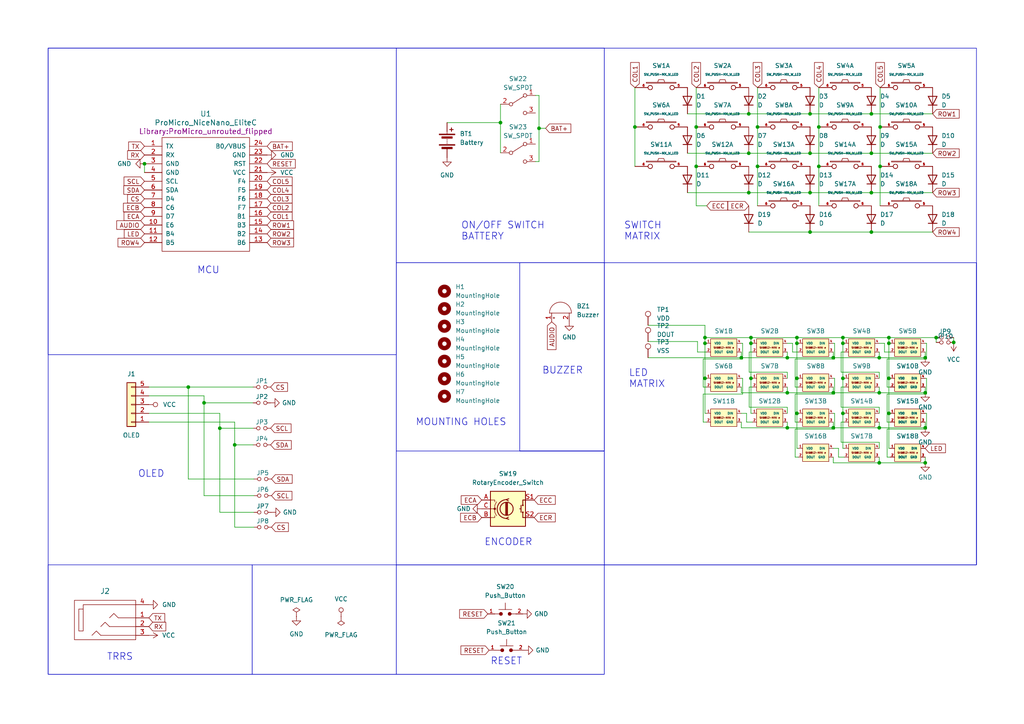
<source format=kicad_sch>
(kicad_sch (version 20230121) (generator eeschema)
  (paper "A4")
  (title_block (title "UniFI Split Keyboard") (date "2024-04-11") (rev "1.0") (comment 1 "Schematic based on KLOR and FiFi") (comment 2 "Author: Nisha"))
  (junction (at 54.61 112.268))
  (junction (at 255.27 36.83))
  (junction (at 231.14 109.728))
  (junction (at 255.016 134.239))
  (junction (at 255.016 124.079))
  (junction (at 234.95 55.88))
  (junction (at 231.14 99.568))
  (junction (at 219.71 48.26))
  (junction (at 268.351 103.759))
  (junction (at 257.81 109.728))
  (junction (at 228.346 113.919))
  (junction (at 237.49 48.26))
  (junction (at 217.17 55.88))
  (junction (at 68.072 129.032))
  (junction (at 255.27 48.26))
  (junction (at 59.182 116.84))
  (junction (at 257.81 99.568))
  (junction (at 255.016 103.759))
  (junction (at 244.475 109.728))
  (junction (at 217.805 97.917))
  (junction (at 241.681 124.079))
  (junction (at 234.95 44.45))
  (junction (at 252.73 55.88))
  (junction (at 145.161 35.56))
  (junction (at 244.475 97.917))
  (junction (at 268.351 134.239))
  (junction (at 252.73 44.45))
  (junction (at 217.17 44.45))
  (junction (at 244.475 99.568))
  (junction (at 201.93 48.26))
  (junction (at 252.73 67.31))
  (junction (at 268.351 113.919))
  (junction (at 237.49 36.83))
  (junction (at 228.346 103.759))
  (junction (at 217.805 109.728))
  (junction (at 252.73 33.02))
  (junction (at 241.681 113.919))
  (junction (at 257.81 119.888))
  (junction (at 204.47 99.568))
  (junction (at 276.606 99.314))
  (junction (at 201.93 36.83))
  (junction (at 228.346 124.079))
  (junction (at 255.016 113.919))
  (junction (at 41.91 47.498))
  (junction (at 231.14 119.888))
  (junction (at 244.475 119.888))
  (junction (at 234.95 67.31))
  (junction (at 63.754 124.206))
  (junction (at 184.15 36.83))
  (junction (at 204.47 97.917))
  (junction (at 234.95 33.02))
  (junction (at 231.14 97.917))
  (junction (at 217.17 33.02))
  (junction (at 204.47 109.728))
  (junction (at 268.351 124.079))
  (junction (at 241.681 103.759))
  (junction (at 257.81 97.917))
  (junction (at 156.337 37.211))
  (junction (at 215.011 103.759))
  (junction (at 219.71 36.83))
  (junction (at 271.526 97.917))
  (junction (at 217.805 99.568))
  (wire (pts (xy 241.681 134.239) (xy 255.016 134.239)))
  (wire (pts (xy 73.66 138.938) (xy 54.61 138.938)))
  (wire (pts (xy 237.49 36.83) (xy 237.49 48.26)))
  (wire (pts (xy 258.191 122.428) (xy 257.302 122.428)))
  (wire (pts (xy 243.967 122.428) (xy 243.967 128.27)))
  (wire (pts (xy 252.73 55.88) (xy 270.51 55.88)))
  (wire (pts (xy 255.016 132.588) (xy 255.016 134.239)))
  (wire (pts (xy 234.95 67.31) (xy 252.73 67.31)))
  (wire (pts (xy 201.93 36.83) (xy 201.93 48.26)))
  (wire (pts (xy 184.15 36.83) (xy 184.15 48.26)))
  (wire (pts (xy 218.186 112.268) (xy 217.297 112.268)))
  (wire (pts (xy 234.95 33.02) (xy 252.73 33.02)))
  (wire (pts (xy 63.754 148.59) (xy 73.66 148.59)))
  (wire (pts (xy 215.392 104.14) (xy 215.392 99.568)))
  (wire (pts (xy 268.732 114.3) (xy 268.732 109.728)))
  (wire (pts (xy 217.17 67.31) (xy 234.95 67.31)))
  (wire (pts (xy 218.186 102.108) (xy 217.297 102.108)))
  (wire (pts (xy 201.93 59.69) (xy 201.93 48.26)))
  (wire (pts (xy 54.61 138.938) (xy 54.61 112.268)))
  (wire (pts (xy 43.18 114.808) (xy 59.182 114.808)))
  (wire (pts (xy 63.754 124.206) (xy 73.406 124.206)))
  (wire (pts (xy 219.71 25.4) (xy 219.71 36.83)))
  (wire (pts (xy 187.96 99.06) (xy 202.311 99.06)))
  (wire (pts (xy 244.475 97.917) (xy 244.475 99.568)))
  (wire (pts (xy 268.351 103.759) (xy 268.351 102.108)))
  (wire (pts (xy 156.337 27.686) (xy 156.337 37.211)))
  (wire (pts (xy 257.302 104.14) (xy 268.732 104.14)))
  (wire (pts (xy 271.526 97.917) (xy 271.526 99.314)))
  (wire (pts (xy 228.346 103.759) (xy 241.681 103.759)))
  (wire (pts (xy 242.062 124.46) (xy 242.062 119.888)))
  (wire (pts (xy 255.016 124.079) (xy 268.351 124.079)))
  (wire (pts (xy 243.205 130.048) (xy 241.681 130.048)))
  (wire (pts (xy 63.754 119.888) (xy 63.754 124.206)))
  (wire (pts (xy 255.27 36.83) (xy 255.27 48.26)))
  (wire (pts (xy 204.851 122.428) (xy 203.962 122.428)))
  (wire (pts (xy 187.96 94.361) (xy 204.47 94.361)))
  (wire (pts (xy 243.205 132.588) (xy 243.205 130.048)))
  (wire (pts (xy 231.14 109.728) (xy 231.14 119.888)))
  (wire (pts (xy 241.681 112.268) (xy 241.681 113.919)))
  (wire (pts (xy 241.681 119.888) (xy 242.062 119.888)))
  (wire (pts (xy 244.475 97.917) (xy 257.81 97.917)))
  (wire (pts (xy 257.81 97.917) (xy 257.81 99.568)))
  (wire (pts (xy 252.73 67.31) (xy 270.51 67.31)))
  (wire (pts (xy 231.14 109.728) (xy 231.521 109.728)))
  (wire (pts (xy 255.016 122.428) (xy 255.016 124.079)))
  (wire (pts (xy 241.681 103.759) (xy 255.016 103.759)))
  (wire (pts (xy 215.011 102.108) (xy 215.011 103.759)))
  (wire (pts (xy 255.016 107.95) (xy 243.967 107.95)))
  (wire (pts (xy 268.351 113.919) (xy 268.351 112.268)))
  (wire (pts (xy 252.73 44.45) (xy 270.51 44.45)))
  (wire (pts (xy 243.967 112.268) (xy 243.967 118.11)))
  (wire (pts (xy 215.011 122.428) (xy 215.011 124.079)))
  (wire (pts (xy 230.632 124.46) (xy 242.062 124.46)))
  (wire (pts (xy 231.14 119.888) (xy 231.521 119.888)))
  (wire (pts (xy 215.011 103.759) (xy 187.96 103.759)))
  (wire (pts (xy 268.732 124.46) (xy 268.732 119.888)))
  (wire (pts (xy 215.011 109.728) (xy 215.392 109.728)))
  (wire (pts (xy 255.27 25.4) (xy 255.27 36.83)))
  (wire (pts (xy 228.346 118.11) (xy 217.297 118.11)))
  (wire (pts (xy 231.14 97.917) (xy 231.14 99.568)))
  (wire (pts (xy 217.17 33.02) (xy 234.95 33.02)))
  (wire (pts (xy 258.191 102.108) (xy 256.54 102.108)))
  (wire (pts (xy 268.351 132.588) (xy 268.351 134.239)))
  (wire (pts (xy 54.61 112.268) (xy 73.406 112.268)))
  (wire (pts (xy 228.346 124.079) (xy 241.681 124.079)))
  (wire (pts (xy 268.351 99.568) (xy 268.732 99.568)))
  (wire (pts (xy 202.311 99.06) (xy 202.311 102.108)))
  (wire (pts (xy 242.062 114.3) (xy 242.062 109.728)))
  (wire (pts (xy 243.967 102.108) (xy 243.967 107.95)))
  (wire (pts (xy 228.346 113.919) (xy 241.681 113.919)))
  (wire (pts (xy 255.016 128.27) (xy 243.967 128.27)))
  (wire (pts (xy 234.95 44.45) (xy 252.73 44.45)))
  (wire (pts (xy 268.351 119.888) (xy 268.732 119.888)))
  (wire (pts (xy 217.805 97.917) (xy 231.14 97.917)))
  (wire (pts (xy 244.856 132.588) (xy 243.205 132.588)))
  (wire (pts (xy 244.475 119.888) (xy 244.856 119.888)))
  (wire (pts (xy 244.856 99.568) (xy 244.475 99.568)))
  (wire (pts (xy 257.81 119.888) (xy 258.191 119.888)))
  (wire (pts (xy 43.18 119.888) (xy 63.754 119.888)))
  (wire (pts (xy 215.011 112.268) (xy 215.011 113.919)))
  (wire (pts (xy 231.521 102.108) (xy 229.87 102.108)))
  (wire (pts (xy 258.191 99.568) (xy 257.81 99.568)))
  (wire (pts (xy 255.016 109.728) (xy 255.016 107.95)))
  (wire (pts (xy 237.49 25.4) (xy 237.49 36.83)))
  (wire (pts (xy 228.346 112.268) (xy 228.346 113.919)))
  (wire (pts (xy 237.49 48.26) (xy 237.49 59.69)))
  (wire (pts (xy 199.39 55.88) (xy 217.17 55.88)))
  (wire (pts (xy 244.475 130.048) (xy 244.856 130.048)))
  (wire (pts (xy 203.962 114.3) (xy 215.392 114.3)))
  (wire (pts (xy 257.81 119.888) (xy 257.81 130.048)))
  (wire (pts (xy 217.805 99.568) (xy 217.805 109.728)))
  (wire (pts (xy 204.47 94.361) (xy 204.47 97.917)))
  (wire (pts (xy 257.81 97.917) (xy 271.526 97.917)))
  (wire (pts (xy 43.18 122.428) (xy 68.072 122.428)))
  (wire (pts (xy 217.297 112.268) (xy 217.297 118.11)))
  (wire (pts (xy 204.47 99.568) (xy 204.47 109.728)))
  (wire (pts (xy 231.14 99.568) (xy 231.521 99.568)))
  (wire (pts (xy 244.475 109.728) (xy 244.856 109.728)))
  (wire (pts (xy 241.681 99.568) (xy 242.062 99.568)))
  (wire (pts (xy 217.805 99.568) (xy 217.805 97.917)))
  (wire (pts (xy 217.805 119.888) (xy 218.186 119.888)))
  (wire (pts (xy 59.182 143.764) (xy 73.66 143.764)))
  (wire (pts (xy 255.016 113.919) (xy 268.351 113.919)))
  (wire (pts (xy 257.81 99.568) (xy 257.81 109.728)))
  (wire (pts (xy 268.351 124.079) (xy 268.351 122.428)))
  (wire (pts (xy 230.632 132.588) (xy 230.632 124.46)))
  (wire (pts (xy 204.47 119.888) (xy 204.851 119.888)))
  (wire (pts (xy 145.161 35.56) (xy 145.161 44.323)))
  (wire (pts (xy 231.521 122.428) (xy 230.632 122.428)))
  (wire (pts (xy 216.535 119.888) (xy 215.011 119.888)))
  (wire (pts (xy 218.186 99.568) (xy 217.805 99.568)))
  (wire (pts (xy 252.73 33.02) (xy 270.51 33.02)))
  (wire (pts (xy 241.681 109.728) (xy 242.062 109.728)))
  (wire (pts (xy 68.072 129.032) (xy 73.406 129.032)))
  (wire (pts (xy 215.011 99.568) (xy 215.392 99.568)))
  (wire (pts (xy 68.072 122.428) (xy 68.072 129.032)))
  (wire (pts (xy 255.016 118.11) (xy 243.967 118.11)))
  (wire (pts (xy 129.667 35.56) (xy 145.161 35.56)))
  (wire (pts (xy 255.016 119.888) (xy 255.016 118.11)))
  (wire (pts (xy 255.016 130.048) (xy 255.016 128.27)))
  (wire (pts (xy 244.475 99.568) (xy 244.475 109.728)))
  (wire (pts (xy 216.535 122.428) (xy 216.535 119.888)))
  (wire (pts (xy 228.346 109.728) (xy 228.346 107.95)))
  (wire (pts (xy 204.47 99.568) (xy 204.47 97.917)))
  (wire (pts (xy 231.14 99.568) (xy 231.14 109.728)))
  (wire (pts (xy 203.962 112.268) (xy 203.962 104.14)))
  (wire (pts (xy 63.754 124.206) (xy 63.754 148.59)))
  (wire (pts (xy 231.521 132.588) (xy 230.632 132.588)))
  (wire (pts (xy 257.302 124.46) (xy 268.732 124.46)))
  (wire (pts (xy 268.351 109.728) (xy 268.732 109.728)))
  (wire (pts (xy 256.54 102.108) (xy 256.54 99.568)))
  (wire (pts (xy 204.47 109.728) (xy 204.851 109.728)))
  (wire (pts (xy 215.011 124.079) (xy 228.346 124.079)))
  (wire (pts (xy 257.81 109.728) (xy 257.81 119.888)))
  (wire (pts (xy 199.39 44.45) (xy 217.17 44.45)))
  (wire (pts (xy 255.016 103.759) (xy 268.351 103.759)))
  (wire (pts (xy 257.81 130.048) (xy 258.191 130.048)))
  (wire (pts (xy 202.311 102.108) (xy 204.851 102.108)))
  (wire (pts (xy 215.392 114.3) (xy 215.392 109.728)))
  (wire (pts (xy 219.71 48.26) (xy 219.71 59.69)))
  (wire (pts (xy 231.14 119.888) (xy 231.14 130.048)))
  (wire (pts (xy 241.681 102.108) (xy 241.681 103.759)))
  (wire (pts (xy 203.962 104.14) (xy 215.392 104.14)))
  (wire (pts (xy 257.302 114.3) (xy 268.732 114.3)))
  (wire (pts (xy 255.016 102.108) (xy 255.016 103.759)))
  (wire (pts (xy 230.632 112.268) (xy 230.632 104.14)))
  (wire (pts (xy 59.182 116.84) (xy 73.406 116.84)))
  (wire (pts (xy 217.805 109.728) (xy 217.805 119.888)))
  (wire (pts (xy 258.191 112.268) (xy 257.302 112.268)))
  (wire (pts (xy 241.681 113.919) (xy 255.016 113.919)))
  (wire (pts (xy 255.016 112.268) (xy 255.016 113.919)))
  (wire (pts (xy 204.47 97.917) (xy 217.805 97.917)))
  (wire (pts (xy 241.681 132.588) (xy 241.681 134.239)))
  (wire (pts (xy 241.681 122.428) (xy 241.681 124.079)))
  (wire (pts (xy 228.346 107.95) (xy 217.297 107.95)))
  (wire (pts (xy 68.072 129.032) (xy 68.072 152.908)))
  (wire (pts (xy 230.632 122.428) (xy 230.632 114.3)))
  (wire (pts (xy 43.18 112.268) (xy 54.61 112.268)))
  (wire (pts (xy 217.17 55.88) (xy 234.95 55.88)))
  (wire (pts (xy 257.302 112.268) (xy 257.302 104.14)))
  (wire (pts (xy 244.475 109.728) (xy 244.475 119.888)))
  (wire (pts (xy 155.321 27.686) (xy 156.337 27.686)))
  (wire (pts (xy 255.016 134.239) (xy 268.351 134.239)))
  (wire (pts (xy 230.632 114.3) (xy 242.062 114.3)))
  (wire (pts (xy 215.011 113.919) (xy 228.346 113.919)))
  (wire (pts (xy 184.15 25.4) (xy 184.15 36.83)))
  (wire (pts (xy 228.346 122.428) (xy 228.346 124.079)))
  (wire (pts (xy 217.297 102.108) (xy 217.297 107.95)))
  (wire (pts (xy 257.302 132.588) (xy 257.302 124.46)))
  (wire (pts (xy 59.182 143.764) (xy 59.182 116.84)))
  (wire (pts (xy 215.011 103.759) (xy 228.346 103.759)))
  (wire (pts (xy 204.47 109.728) (xy 204.47 119.888)))
  (wire (pts (xy 204.851 99.568) (xy 204.47 99.568)))
  (wire (pts (xy 268.732 104.14) (xy 268.732 99.568)))
  (wire (pts (xy 244.856 122.428) (xy 243.967 122.428)))
  (wire (pts (xy 241.681 124.079) (xy 255.016 124.079)))
  (wire (pts (xy 276.606 97.917) (xy 276.606 99.314)))
  (wire (pts (xy 199.39 33.02) (xy 217.17 33.02)))
  (wire (pts (xy 156.337 46.863) (xy 155.321 46.863)))
  (wire (pts (xy 204.978 59.69) (xy 201.93 59.69)))
  (wire (pts (xy 156.337 37.211) (xy 158.242 37.211)))
  (wire (pts (xy 218.186 122.428) (xy 216.535 122.428)))
  (wire (pts (xy 204.851 112.268) (xy 203.962 112.268)))
  (wire (pts (xy 228.346 102.108) (xy 228.346 103.759)))
  (wire (pts (xy 257.302 122.428) (xy 257.302 114.3)))
  (wire (pts (xy 244.856 112.268) (xy 243.967 112.268)))
  (wire (pts (xy 228.346 119.888) (xy 228.346 118.11)))
  (wire (pts (xy 257.81 109.728) (xy 258.191 109.728)))
  (wire (pts (xy 201.93 25.4) (xy 201.93 36.83)))
  (wire (pts (xy 244.856 102.108) (xy 243.967 102.108)))
  (wire (pts (xy 156.337 37.211) (xy 156.337 46.863)))
  (wire (pts (xy 217.805 109.728) (xy 218.186 109.728)))
  (wire (pts (xy 231.521 112.268) (xy 230.632 112.268)))
  (wire (pts (xy 219.71 36.83) (xy 219.71 48.26)))
  (wire (pts (xy 145.161 30.226) (xy 145.161 35.56)))
  (wire (pts (xy 234.95 55.88) (xy 252.73 55.88)))
  (wire (pts (xy 229.87 102.108) (xy 229.87 99.568)))
  (wire (pts (xy 229.87 99.568) (xy 228.346 99.568)))
  (wire (pts (xy 242.062 104.14) (xy 242.062 99.568)))
  (wire (pts (xy 230.632 104.14) (xy 242.062 104.14)))
  (wire (pts (xy 258.191 132.588) (xy 257.302 132.588)))
  (wire (pts (xy 231.14 97.917) (xy 244.475 97.917)))
  (wire (pts (xy 41.91 47.498) (xy 41.91 50.038)))
  (wire (pts (xy 68.072 152.908) (xy 73.66 152.908)))
  (wire (pts (xy 203.962 122.428) (xy 203.962 114.3)))
  (wire (pts (xy 217.17 44.45) (xy 234.95 44.45)))
  (wire (pts (xy 231.14 130.048) (xy 231.521 130.048)))
  (wire (pts (xy 59.182 114.808) (xy 59.182 116.84)))
  (wire (pts (xy 255.27 48.26) (xy 255.27 59.69)))
  (wire (pts (xy 256.54 99.568) (xy 255.016 99.568)))
  (wire (pts (xy 244.475 119.888) (xy 244.475 130.048)))
  (rectangle (start 13.97 13.97) (end 175.26 195.58))
  (rectangle (start 175.26 13.97) (end 283.21 163.83))
  (rectangle (start 73.152 163.83) (end 114.935 195.58))
  (rectangle (start 13.97 163.83) (end 73.152 195.58))
  (rectangle (start 114.935 163.83) (end 175.26 195.58))
  (rectangle (start 114.935 76.2) (end 175.26 130.81))
  (rectangle (start 114.935 13.97) (end 175.26 76.2))
  (rectangle (start 13.97 13.97) (end 114.935 102.87))
  (rectangle (start 114.935 76.2) (end 175.26 163.83))
  (rectangle (start 175.26 76.2) (end 283.21 163.83))
  (rectangle (start 150.749 76.2) (end 175.26 130.81))
  (text "BUZZER\n" (at 157.226 108.712 0) (effects (font (size 2 2)) (justify left bottom)))
  (text "RESET" (at 142.24 193.04 0) (effects (font (size 2 2)) (justify left bottom)))
  (text "OLED\n" (at 40.005 138.684 0) (effects (font (size 2 2)) (justify left bottom)))
  (text "MOUNTING HOLES\n" (at 120.523 123.698 0) (effects (font (size 2 2)) (justify left bottom)))
  (text "ON/OFF SWITCH\nBATTERY" (at 133.731 69.85 0) (effects (font (size 2 2)) (justify left bottom)))
  (text "LED\nMATRIX" (at 182.372 112.649 0) (effects (font (size 2 2)) (justify left bottom)))
  (text "ENCODER" (at 140.462 158.496 0) (effects (font (size 2 2)) (justify left bottom)))
  (text "TRRS\n" (at 30.988 191.77 0) (effects (font (size 2 2)) (justify left bottom)))
  (text "SWITCH\nMATRIX" (at 180.975 69.85 0) (effects (font (size 2 2)) (justify left bottom)))
  (text "MCU" (at 57.15 79.629 0) (effects (font (size 2 2)) (justify left bottom)))
  (global_label "COL4" (shape input) (at 237.49 25.4 90) (property "Intersheetrefs" "${INTERSHEET_REFS}" (effects hide)))
  (global_label "RX" (shape input) (at 43.18 181.737 0) (property "Intersheetrefs" "${INTERSHEET_REFS}" (effects hide)))
  (global_label "ECB" (shape input) (at 41.91 60.198 180) (property "Intersheetrefs" "${INTERSHEET_REFS}" (effects hide)))
  (global_label "CS" (shape input) (at 78.74 152.908 0) (property "Intersheetrefs" "${INTERSHEET_REFS}" (effects hide)))
  (global_label "COL1" (shape input) (at 184.15 25.4 90) (property "Intersheetrefs" "${INTERSHEET_REFS}" (effects hide)))
  (global_label "ECA" (shape input) (at 139.7 145.034 180) (property "Intersheetrefs" "${INTERSHEET_REFS}" (effects hide)))
  (global_label "BAT+" (shape input) (at 158.242 37.211 0) (property "Intersheetrefs" "${INTERSHEET_REFS}" (effects hide)))
  (global_label "ROW1" (shape input) (at 270.51 33.02 0) (property "Intersheetrefs" "${INTERSHEET_REFS}" (effects hide)))
  (global_label "SCL" (shape input) (at 41.91 52.578 180) (property "Intersheetrefs" "${INTERSHEET_REFS}" (effects hide)))
  (global_label "LED" (shape input) (at 268.351 130.048 0) (property "Intersheetrefs" "${INTERSHEET_REFS}" (effects hide)))
  (global_label "COL1" (shape input) (at 77.47 62.738 0) (property "Intersheetrefs" "${INTERSHEET_REFS}" (effects hide)))
  (global_label "TX" (shape input) (at 41.91 42.418 180) (property "Intersheetrefs" "${INTERSHEET_REFS}" (effects hide)))
  (global_label "BAT+" (shape input) (at 77.47 42.418 0) (property "Intersheetrefs" "${INTERSHEET_REFS}" (effects hide)))
  (global_label "CS" (shape input) (at 41.91 57.658 180) (property "Intersheetrefs" "${INTERSHEET_REFS}" (effects hide)))
  (global_label "ROW4" (shape input) (at 41.91 70.358 180) (property "Intersheetrefs" "${INTERSHEET_REFS}" (effects hide)))
  (global_label "ECC" (shape input) (at 204.978 59.69 0) (property "Intersheetrefs" "${INTERSHEET_REFS}" (effects hide)))
  (global_label "SDA" (shape input) (at 78.486 129.032 0) (property "Intersheetrefs" "${INTERSHEET_REFS}" (effects hide)))
  (global_label "SDA" (shape input) (at 41.91 55.118 180) (property "Intersheetrefs" "${INTERSHEET_REFS}" (effects hide)))
  (global_label "SCL" (shape input) (at 78.74 143.764 0) (property "Intersheetrefs" "${INTERSHEET_REFS}" (effects hide)))
  (global_label "COL3" (shape input) (at 77.47 57.658 0) (property "Intersheetrefs" "${INTERSHEET_REFS}" (effects hide)))
  (global_label "AUDIO" (shape input) (at 41.91 65.278 180) (property "Intersheetrefs" "${INTERSHEET_REFS}" (effects hide)))
  (global_label "CS" (shape input) (at 78.486 112.268 0) (property "Intersheetrefs" "${INTERSHEET_REFS}" (effects hide)))
  (global_label "RESET" (shape input) (at 141.859 188.595 180) (property "Intersheetrefs" "${INTERSHEET_REFS}" (effects hide)))
  (global_label "SDA" (shape input) (at 78.74 138.938 0) (property "Intersheetrefs" "${INTERSHEET_REFS}" (effects hide)))
  (global_label "COL2" (shape input) (at 201.93 25.4 90) (property "Intersheetrefs" "${INTERSHEET_REFS}" (effects hide)))
  (global_label "ROW4" (shape input) (at 270.51 67.31 0) (property "Intersheetrefs" "${INTERSHEET_REFS}" (effects hide)))
  (global_label "ECA" (shape input) (at 41.91 62.738 180) (property "Intersheetrefs" "${INTERSHEET_REFS}" (effects hide)))
  (global_label "COL2" (shape input) (at 77.47 60.198 0) (property "Intersheetrefs" "${INTERSHEET_REFS}" (effects hide)))
  (global_label "COL5" (shape input) (at 255.27 25.4 90) (property "Intersheetrefs" "${INTERSHEET_REFS}" (effects hide)))
  (global_label "LED" (shape input) (at 41.91 67.818 180) (property "Intersheetrefs" "${INTERSHEET_REFS}" (effects hide)))
  (global_label "SCL" (shape input) (at 78.486 124.206 0) (property "Intersheetrefs" "${INTERSHEET_REFS}" (effects hide)))
  (global_label "ROW3" (shape input) (at 270.51 55.88 0) (property "Intersheetrefs" "${INTERSHEET_REFS}" (effects hide)))
  (global_label "COL5" (shape input) (at 77.47 52.578 0) (property "Intersheetrefs" "${INTERSHEET_REFS}" (effects hide)))
  (global_label "ROW2" (shape input) (at 270.51 44.45 0) (property "Intersheetrefs" "${INTERSHEET_REFS}" (effects hide)))
  (global_label "ECB" (shape input) (at 139.7 150.114 180) (property "Intersheetrefs" "${INTERSHEET_REFS}" (effects hide)))
  (global_label "ROW1" (shape input) (at 77.47 65.278 0) (property "Intersheetrefs" "${INTERSHEET_REFS}" (effects hide)))
  (global_label "RESET" (shape input) (at 77.47 47.498 0) (property "Intersheetrefs" "${INTERSHEET_REFS}" (effects hide)))
  (global_label "AUDIO" (shape input) (at 160.02 93.345 270) (property "Intersheetrefs" "${INTERSHEET_REFS}" (effects hide)))
  (global_label "COL4" (shape input) (at 77.47 55.118 0) (property "Intersheetrefs" "${INTERSHEET_REFS}" (effects hide)))
  (global_label "ECC" (shape input) (at 154.94 145.034 0) (property "Intersheetrefs" "${INTERSHEET_REFS}" (effects hide)))
  (global_label "RESET" (shape input) (at 141.478 178.054 180) (property "Intersheetrefs" "${INTERSHEET_REFS}" (effects hide)))
  (global_label "ECR" (shape input) (at 154.94 150.114 0) (property "Intersheetrefs" "${INTERSHEET_REFS}" (effects hide)))
  (global_label "ECR" (shape input) (at 217.17 59.69 180) (property "Intersheetrefs" "${INTERSHEET_REFS}" (effects hide)))
  (global_label "ROW3" (shape input) (at 77.47 70.358 0) (property "Intersheetrefs" "${INTERSHEET_REFS}" (effects hide)))
  (global_label "RX" (shape input) (at 41.91 44.958 180) (property "Intersheetrefs" "${INTERSHEET_REFS}" (effects hide)))
  (global_label "COL3" (shape input) (at 219.71 25.4 90) (property "Intersheetrefs" "${INTERSHEET_REFS}" (effects hide)))
  (global_label "ROW2" (shape input) (at 77.47 67.818 0) (property "Intersheetrefs" "${INTERSHEET_REFS}" (effects hide)))
  (global_label "TX" (shape input) (at 43.18 179.197 0) (property "Intersheetrefs" "${INTERSHEET_REFS}" (effects hide)))
  (symbol (lib_id "Device:D") (at 217.17 29.21 90) (unit 1)
    (property "Reference" "D2" (at 219.71 27.94 90) (effects (justify right)))
    (property "Value" "D" (at 219.71 30.48 90) (effects (justify right)))
    (property "Footprint" "Library:D3_TH_SMD" (effects hide))
    (property "Sim.Device" "D" (effects hide))
    (property "Sim.Pins" "1=K 2=A" (effects hide))
  )
  (symbol (lib_id "power:PWR_FLAG") (at 98.933 178.816 180) (unit 1)
    (property "Reference" "#FLG02" (effects hide))
    (property "Value" "PWR_FLAG" (at 94.107 184.15 0) (effects (justify right)))
  )
  (symbol (lib_id "PCM_SL_Devices:Push_Button") (at 146.558 178.054 0) (unit 1)
    (property "Reference" "SW20" (at 146.558 170.18 0))
    (property "Value" "Push_Button" (at 146.558 172.72 0))
    (property "Footprint" "Button_Switch_SMD:Panasonic_EVQPUL_EVQPUC" (effects hide))
  )
  (symbol (lib_id "power:VCC") (at 77.47 50.038 270) (unit 1)
    (property "Reference" "#PWR025" (effects hide))
    (property "Value" "VCC" (at 81.28 50.038 90) (effects (justify left)))
  )
  (symbol (lib_id "power:VCC") (at 276.606 99.314 180) (unit 1)
    (property "Reference" "#PWR05" (effects hide))
    (property "Value" "VCC" (at 276.606 104.267 0))
  )
  (symbol (lib_id "UniFi:SW_PUSH-MX_W_LED") (at 262.89 25.4 0) (unit 1)
    (property "Reference" "SW5" (at 262.89 19.05 0))
    (property "Value" "SW_PUSH-MX_W_LED" (at 262.89 21.59 0) (effects (font (size 0.635 0.635))))
    (property "Footprint" "Library:SK6812MINI_e_and_cherry" (effects hide))
  )
  (symbol (lib_id "KLORlib:Device_Jumper_NO_Small") (at 274.066 97.917 180) (unit 1)
    (property "Reference" "JP9" (at 274.066 96.139 0))
    (property "Value" "Device_Jumper_NO_Small" (effects hide))
    (property "Footprint" "Jumper:SolderJumper-2_P1.3mm_Open_TrianglePad1.0x1.5mm" (effects hide))
  )
  (symbol (lib_name "SW_PUSH-MX_W_LED_13") (lib_id "UniFi:SW_PUSH-MX_W_LED") (at 236.601 121.158 0) (unit 2)
    (property "Reference" "SW13" (at 236.601 116.332 0))
    (property "Value" "SW_PUSH-MX_W_LED" (effects hide))
    (property "Footprint" "Library:SK6812MINI_e_and_cherry" (effects hide))
  )
  (symbol (lib_id "UniFi:MJ-4PP-9 TRRS") (at 31.75 179.197 0) (unit 1)
    (property "Reference" "J2" (at 30.48 171.45 0) (effects (font (size 1.524 1.524))))
    (property "Value" "MJ-4PP-9 TRRS" (effects hide))
    (property "Footprint" "Library:PJ-320A" (effects hide))
  )
  (symbol (lib_id "Device:D") (at 252.73 29.21 90) (unit 1)
    (property "Reference" "D4" (at 255.27 27.94 90) (effects (justify right)))
    (property "Value" "D" (at 255.27 30.48 90) (effects (justify right)))
    (property "Footprint" "Library:D3_TH_SMD" (effects hide))
    (property "Sim.Device" "D" (effects hide))
    (property "Sim.Pins" "1=K 2=A" (effects hide))
  )
  (symbol (lib_id "SofleKeyboard-cache:power_VCC") (at 43.18 117.348 270) (unit 1)
    (property "Reference" "#PWR018" (effects hide))
    (property "Value" "power_VCC" (at 47.244 117.348 90) (effects (justify left)))
  )
  (symbol (lib_id "Device:D") (at 270.51 40.64 90) (unit 1)
    (property "Reference" "D10" (at 273.05 39.37 90) (effects (justify right)))
    (property "Value" "D" (at 273.05 41.91 90) (effects (justify right)))
    (property "Footprint" "Library:D3_TH_SMD" (effects hide))
    (property "Sim.Device" "D" (effects hide))
    (property "Sim.Pins" "1=K 2=A" (effects hide))
  )
  (symbol (lib_name "GND_4") (lib_id "power:GND") (at 151.638 178.054 90) (unit 1)
    (property "Reference" "#PWR014" (effects hide))
    (property "Value" "GND" (at 154.94 178.054 90) (effects (justify right)))
  )
  (symbol (lib_id "Switch:SW_SPDT") (at 150.241 30.226 0) (unit 1)
    (property "Reference" "SW22" (at 150.241 22.86 0))
    (property "Value" "SW_SPDT" (at 150.241 25.4 0))
    (property "Footprint" "Button_Switch_SMD:SW_SPDT_PCM12" (effects hide))
  )
  (symbol (lib_id "Device:D") (at 217.17 63.5 90) (unit 1)
    (property "Reference" "D19" (at 219.71 62.23 90) (effects (justify right)))
    (property "Value" "D" (at 219.71 64.77 90) (effects (justify right)))
    (property "Footprint" "Library:D3_TH_SMD" (effects hide))
    (property "Sim.Device" "D" (effects hide))
    (property "Sim.Pins" "1=K 2=A" (effects hide))
  )
  (symbol (lib_id "UniFi:SW_PUSH-MX_W_LED") (at 227.33 36.83 0) (unit 1)
    (property "Reference" "SW8" (at 227.33 30.48 0))
    (property "Value" "SW_PUSH-MX_W_LED" (at 227.33 33.02 0) (effects (font (size 0.635 0.635))))
    (property "Footprint" "Library:SK6812MINI_e_and_cherry" (effects hide))
  )
  (symbol (lib_id "Connector:TestPoint") (at 187.96 103.759 0) (unit 1)
    (property "Reference" "TP3" (at 190.5 99.187 0) (effects (justify left)))
    (property "Value" "VSS" (at 190.5 101.727 0) (effects (justify left)))
    (property "Footprint" "reversible-kicad-footprints:TestPoint" (effects hide))
  )
  (symbol (lib_id "Connector_Generic:Conn_01x05") (at 38.1 117.348 180) (unit 1)
    (property "Reference" "J1" (at 38.1 108.458 0))
    (property "Value" "OLED" (at 38.1 126.238 0))
    (property "Footprint" "Library:nice_view" (effects hide))
  )
  (symbol (lib_id "Device:D") (at 234.95 63.5 90) (unit 1)
    (property "Reference" "D16" (at 237.49 62.23 90) (effects (justify right)))
    (property "Value" "D" (at 237.49 64.77 90) (effects (justify right)))
    (property "Footprint" "Library:D3_TH_SMD" (effects hide))
    (property "Sim.Device" "D" (effects hide))
    (property "Sim.Pins" "1=K 2=A" (effects hide))
  )
  (symbol (lib_id "UniFi:SW_PUSH-MX_W_LED") (at 209.55 36.83 0) (unit 1)
    (property "Reference" "SW7" (at 209.55 30.48 0))
    (property "Value" "SW_PUSH-MX_W_LED" (at 209.55 33.02 0) (effects (font (size 0.635 0.635))))
    (property "Footprint" "Library:SK6812MINI_e_and_cherry" (effects hide))
  )
  (symbol (lib_name "SW_PUSH-MX_W_LED_15") (lib_id "UniFi:SW_PUSH-MX_W_LED") (at 263.271 121.158 0) (unit 2)
    (property "Reference" "SW15" (at 263.271 116.332 0))
    (property "Value" "SW_PUSH-MX_W_LED" (effects hide))
    (property "Footprint" "Library:SK6812MINI_e_and_cherry" (effects hide))
  )
  (symbol (lib_name "SW_PUSH-MX_W_LED_7") (lib_id "UniFi:SW_PUSH-MX_W_LED") (at 223.266 110.998 0) (unit 2)
    (property "Reference" "SW7" (at 223.266 106.172 0))
    (property "Value" "SW_PUSH-MX_W_LED" (effects hide))
    (property "Footprint" "Library:SK6812MINI_e_and_cherry" (effects hide))
  )
  (symbol (lib_id "KLORlib:Device_Jumper_NO_Small") (at 76.2 138.938 180) (unit 1)
    (property "Reference" "JP5" (at 76.2 137.16 0))
    (property "Value" "Device_Jumper_NO_Small" (effects hide))
    (property "Footprint" "Jumper:SolderJumper-2_P1.3mm_Open_TrianglePad1.0x1.5mm" (effects hide))
  )
  (symbol (lib_name "GND_2") (lib_id "power:GND") (at 43.18 175.387 90) (unit 1)
    (property "Reference" "#PWR022" (effects hide))
    (property "Value" "GND" (at 46.99 175.387 90) (effects (justify right)))
  )
  (symbol (lib_name "SW_PUSH-MX_W_LED_1") (lib_id "UniFi:SW_PUSH-MX_W_LED") (at 209.931 100.838 0) (unit 2)
    (property "Reference" "SW1" (at 209.931 96.012 0))
    (property "Value" "SW_PUSH-MX_W_LED" (effects hide))
    (property "Footprint" "Library:SK6812MINI_e_and_cherry" (effects hide))
  )
  (symbol (lib_name "SW_PUSH-MX_W_LED_12") (lib_id "UniFi:SW_PUSH-MX_W_LED") (at 223.266 121.158 0) (unit 2)
    (property "Reference" "SW12" (at 223.266 116.332 0))
    (property "Value" "SW_PUSH-MX_W_LED" (effects hide))
    (property "Footprint" "Library:SK6812MINI_e_and_cherry" (effects hide))
  )
  (symbol (lib_id "Mechanical:MountingHole") (at 128.905 84.455 0) (unit 1)
    (property "Reference" "H1" (at 132.08 83.185 0) (effects (justify left)))
    (property "Value" "MountingHole" (at 132.08 85.725 0) (effects (justify left)))
    (property "Footprint" "Library:M2_Hole_TH_Outside" (effects hide))
  )
  (symbol (lib_name "SW_PUSH-MX_W_LED_2") (lib_id "UniFi:SW_PUSH-MX_W_LED") (at 223.266 100.838 0) (unit 2)
    (property "Reference" "SW2" (at 223.266 96.012 0))
    (property "Value" "SW_PUSH-MX_W_LED" (effects hide))
    (property "Footprint" "Library:SK6812MINI_e_and_cherry" (effects hide))
  )
  (symbol (lib_id "UniFi:SW_PUSH-MX_W_LED") (at 262.89 48.26 0) (unit 1)
    (property "Reference" "SW15" (at 262.89 41.91 0))
    (property "Value" "SW_PUSH-MX_W_LED" (at 262.89 44.45 0) (effects (font (size 0.635 0.635))))
    (property "Footprint" "Library:SK6812MINI_e_and_cherry" (effects hide))
  )
  (symbol (lib_id "Device:D") (at 252.73 63.5 90) (unit 1)
    (property "Reference" "D17" (at 255.27 62.23 90) (effects (justify right)))
    (property "Value" "D" (at 255.27 64.77 90) (effects (justify right)))
    (property "Footprint" "Library:D3_TH_SMD" (effects hide))
    (property "Sim.Device" "D" (effects hide))
    (property "Sim.Pins" "1=K 2=A" (effects hide))
  )
  (symbol (lib_id "Device:D") (at 199.39 40.64 90) (unit 1)
    (property "Reference" "D6" (at 201.93 39.37 90) (effects (justify right)))
    (property "Value" "D" (at 201.93 41.91 90) (effects (justify right)))
    (property "Footprint" "Library:D3_TH_SMD" (effects hide))
    (property "Sim.Device" "D" (effects hide))
    (property "Sim.Pins" "1=K 2=A" (effects hide))
  )
  (symbol (lib_id "Mechanical:MountingHole") (at 128.905 104.775 0) (unit 1)
    (property "Reference" "H5" (at 132.08 103.505 0) (effects (justify left)))
    (property "Value" "MountingHole" (at 132.08 106.045 0) (effects (justify left)))
    (property "Footprint" "Library:M2_Hole_TH_Outside" (effects hide))
  )
  (symbol (lib_name "SW_PUSH-MX_W_LED_17") (lib_id "UniFi:SW_PUSH-MX_W_LED") (at 249.936 131.318 0) (unit 2)
    (property "Reference" "SW17" (at 249.936 126.492 0))
    (property "Value" "SW_PUSH-MX_W_LED" (effects hide))
    (property "Footprint" "Library:SK6812MINI_e_and_cherry" (effects hide))
  )
  (symbol (lib_id "Device:RotaryEncoder_Switch") (at 147.32 147.574 0) (unit 1)
    (property "Reference" "SW19" (at 147.32 137.414 0))
    (property "Value" "RotaryEncoder_Switch" (at 147.32 139.954 0))
    (property "Footprint" "PCM_marbastlib-various:ROT_Alps_EC11E-Switch" (effects hide))
  )
  (symbol (lib_name "SW_PUSH-MX_W_LED_14") (lib_id "UniFi:SW_PUSH-MX_W_LED") (at 249.936 121.158 0) (unit 2)
    (property "Reference" "SW14" (at 249.936 116.332 0))
    (property "Value" "SW_PUSH-MX_W_LED" (effects hide))
    (property "Footprint" "Library:SK6812MINI_e_and_cherry" (effects hide))
  )
  (symbol (lib_name "GND_1") (lib_id "power:GND") (at 77.47 44.958 90) (unit 1)
    (property "Reference" "#PWR023" (effects hide))
    (property "Value" "GND" (at 81.28 44.958 90) (effects (justify right)))
  )
  (symbol (lib_id "KLORlib:Device_Jumper_NO_Small") (at 76.2 152.908 180) (unit 1)
    (property "Reference" "JP8" (at 76.2 151.13 0))
    (property "Value" "Device_Jumper_NO_Small" (effects hide))
    (property "Footprint" "Jumper:SolderJumper-2_P1.3mm_Open_TrianglePad1.0x1.5mm" (effects hide))
  )
  (symbol (lib_id "power:GND") (at 139.7 147.574 270) (unit 1)
    (property "Reference" "#PWR010" (effects hide))
    (property "Value" "GND" (at 136.525 147.574 90) (effects (justify right)))
  )
  (symbol (lib_id "power:GND") (at 78.74 148.59 90) (unit 1)
    (property "Reference" "#PWR021" (effects hide))
    (property "Value" "GND" (at 82.042 148.59 90) (effects (justify right)))
  )
  (symbol (lib_id "KLORlib:Device_Jumper_NO_Small") (at 274.066 99.314 180) (unit 1)
    (property "Reference" "JP10" (at 274.066 97.536 0))
    (property "Value" "Device_Jumper_NO_Small" (effects hide))
    (property "Footprint" "Jumper:SolderJumper-2_P1.3mm_Open_TrianglePad1.0x1.5mm" (effects hide))
  )
  (symbol (lib_id "Device:D") (at 252.73 52.07 90) (unit 1)
    (property "Reference" "D14" (at 255.27 50.8 90) (effects (justify right)))
    (property "Value" "D" (at 255.27 53.34 90) (effects (justify right)))
    (property "Footprint" "Library:D3_TH_SMD" (effects hide))
    (property "Sim.Device" "D" (effects hide))
    (property "Sim.Pins" "1=K 2=A" (effects hide))
  )
  (symbol (lib_name "GND_6") (lib_id "power:GND") (at 165.1 93.345 0) (unit 1)
    (property "Reference" "#PWR024" (effects hide))
    (property "Value" "GND" (at 165.1 97.79 0))
  )
  (symbol (lib_name "SW_PUSH-MX_W_LED_10") (lib_id "UniFi:SW_PUSH-MX_W_LED") (at 263.271 110.998 0) (unit 2)
    (property "Reference" "SW10" (at 263.271 106.172 0))
    (property "Value" "SW_PUSH-MX_W_LED" (effects hide))
    (property "Footprint" "Library:SK6812MINI_e_and_cherry" (effects hide))
  )
  (symbol (lib_id "UniFi:SW_PUSH-MX_W_LED") (at 209.55 25.4 0) (unit 1)
    (property "Reference" "SW2" (at 209.55 19.05 0))
    (property "Value" "SW_PUSH-MX_W_LED" (at 209.55 21.59 0) (effects (font (size 0.635 0.635))))
    (property "Footprint" "Library:SK6812MINI_e_and_cherry" (effects hide))
  )
  (symbol (lib_id "power:GND") (at 78.486 116.84 90) (unit 1)
    (property "Reference" "#PWR019" (effects hide))
    (property "Value" "GND" (at 81.788 116.84 90) (effects (justify right)))
  )
  (symbol (lib_id "UniFi:SW_PUSH-MX_W_LED") (at 227.33 59.69 0) (unit 1)
    (property "Reference" "SW16" (at 227.33 53.34 0))
    (property "Value" "SW_PUSH-MX_W_LED" (at 227.33 55.88 0) (effects (font (size 0.635 0.635))))
    (property "Footprint" "Library:SK6812MINI_e_and_cherry" (effects hide))
  )
  (symbol (lib_name "SW_PUSH-MX_W_LED_9") (lib_id "UniFi:SW_PUSH-MX_W_LED") (at 249.936 110.998 0) (unit 2)
    (property "Reference" "SW9" (at 249.936 106.172 0))
    (property "Value" "SW_PUSH-MX_W_LED" (effects hide))
    (property "Footprint" "Library:SK6812MINI_e_and_cherry" (effects hide))
  )
  (symbol (lib_name "GND_4") (lib_id "power:GND") (at 152.019 188.595 90) (unit 1)
    (property "Reference" "#PWR015" (effects hide))
    (property "Value" "GND" (at 155.321 188.595 90) (effects (justify right)))
  )
  (symbol (lib_id "UniFi:SW_PUSH-MX_W_LED") (at 262.89 59.69 0) (unit 1)
    (property "Reference" "SW18" (at 262.89 53.34 0))
    (property "Value" "SW_PUSH-MX_W_LED" (at 262.89 55.88 0) (effects (font (size 0.635 0.635))))
    (property "Footprint" "Library:SK6812MINI_e_and_cherry" (effects hide))
  )
  (symbol (lib_id "KLORlib:Device_Jumper_NO_Small") (at 76.2 143.764 180) (unit 1)
    (property "Reference" "JP6" (at 76.2 141.986 0))
    (property "Value" "Device_Jumper_NO_Small" (effects hide))
    (property "Footprint" "Jumper:SolderJumper-2_P1.3mm_Open_TrianglePad1.0x1.5mm" (effects hide))
  )
  (symbol (lib_name "SW_PUSH-MX_W_LED_4") (lib_id "UniFi:SW_PUSH-MX_W_LED") (at 249.936 100.838 0) (unit 2)
    (property "Reference" "SW4" (at 249.936 96.012 0))
    (property "Value" "SW_PUSH-MX_W_LED" (effects hide))
    (property "Footprint" "Library:SK6812MINI_e_and_cherry" (effects hide))
  )
  (symbol (lib_name "GND_5") (lib_id "power:GND") (at 268.351 113.919 0) (unit 1)
    (property "Reference" "#PWR07" (effects hide))
    (property "Value" "GND" (at 268.351 118.11 0))
  )
  (symbol (lib_id "Device:D") (at 270.51 29.21 90) (unit 1)
    (property "Reference" "D5" (at 273.05 27.94 90) (effects (justify right)))
    (property "Value" "D" (at 273.05 30.48 90) (effects (justify right)))
    (property "Footprint" "Library:D3_TH_SMD" (effects hide))
    (property "Sim.Device" "D" (effects hide))
    (property "Sim.Pins" "1=K 2=A" (effects hide))
  )
  (symbol (lib_name "SW_PUSH-MX_W_LED_16") (lib_id "UniFi:SW_PUSH-MX_W_LED") (at 236.601 131.318 0) (unit 2)
    (property "Reference" "SW16" (at 236.601 126.492 0))
    (property "Value" "SW_PUSH-MX_W_LED" (effects hide))
    (property "Footprint" "Library:SK6812MINI_e_and_cherry" (effects hide))
  )
  (symbol (lib_name "SW_PUSH-MX_W_LED_18") (lib_id "UniFi:SW_PUSH-MX_W_LED") (at 263.271 131.318 0) (unit 2)
    (property "Reference" "SW18" (at 263.271 126.492 0))
    (property "Value" "SW_PUSH-MX_W_LED" (effects hide))
    (property "Footprint" "Library:SK6812MINI_e_and_cherry" (effects hide))
  )
  (symbol (lib_id "Device:Buzzer") (at 162.56 90.805 90) (unit 1)
    (property "Reference" "BZ1" (at 167.259 88.7799 90) (effects (justify right)))
    (property "Value" "Buzzer" (at 167.259 91.3199 90) (effects (justify right)))
    (property "Footprint" "Library:Buzzer_Mallory_AST1109MLTRQ" (effects hide))
  )
  (symbol (lib_name "GND_1") (lib_id "power:GND") (at 41.91 47.498 270) (unit 1)
    (property "Reference" "#PWR016" (effects hide))
    (property "Value" "GND" (at 38.1 47.498 90) (effects (justify right)))
  )
  (symbol (lib_id "KLORlib:Device_Jumper_NO_Small") (at 75.946 129.032 180) (unit 1)
    (property "Reference" "JP4" (at 75.946 127.254 0))
    (property "Value" "Device_Jumper_NO_Small" (effects hide))
    (property "Footprint" "Jumper:SolderJumper-2_P1.3mm_Open_TrianglePad1.0x1.5mm" (effects hide))
  )
  (symbol (lib_id "Mechanical:MountingHole") (at 128.905 109.855 0) (unit 1)
    (property "Reference" "H6" (at 132.08 108.585 0) (effects (justify left)))
    (property "Value" "MountingHole" (at 132.08 111.125 0) (effects (justify left)))
    (property "Footprint" "MountingHole:MountingHole_2.2mm_M2" (effects hide))
  )
  (symbol (lib_id "power:PWR_FLAG") (at 85.979 178.816 0) (unit 1)
    (property "Reference" "#FLG01" (effects hide))
    (property "Value" "PWR_FLAG" (at 85.979 173.99 0))
  )
  (symbol (lib_id "UniFi:SW_PUSH-MX_W_LED") (at 191.77 25.4 0) (unit 1)
    (property "Reference" "SW1" (at 191.77 19.05 0))
    (property "Value" "SW_PUSH-MX_W_LED" (at 191.77 21.59 0) (effects (font (size 0.635 0.635))))
    (property "Footprint" "Library:SK6812MINI_e_and_cherry" (effects hide))
  )
  (symbol (lib_name "GND_5") (lib_id "power:GND") (at 268.351 103.759 0) (unit 1)
    (property "Reference" "#PWR06" (effects hide))
    (property "Value" "GND" (at 268.351 107.95 0))
  )
  (symbol (lib_id "KLORlib:Device_Jumper_NO_Small") (at 76.2 148.59 180) (unit 1)
    (property "Reference" "JP7" (at 76.2 146.812 0))
    (property "Value" "Device_Jumper_NO_Small" (effects hide))
    (property "Footprint" "Jumper:SolderJumper-2_P1.3mm_Open_TrianglePad1.0x1.5mm" (effects hide))
  )
  (symbol (lib_id "Device:D") (at 199.39 52.07 90) (unit 1)
    (property "Reference" "D11" (at 201.93 50.8 90) (effects (justify right)))
    (property "Value" "D" (at 201.93 53.34 90) (effects (justify right)))
    (property "Footprint" "Library:D3_TH_SMD" (effects hide))
    (property "Sim.Device" "D" (effects hide))
    (property "Sim.Pins" "1=K 2=A" (effects hide))
  )
  (symbol (lib_id "UniFi:SW_PUSH-MX_W_LED") (at 191.77 36.83 0) (unit 1)
    (property "Reference" "SW6" (at 191.77 30.48 0))
    (property "Value" "SW_PUSH-MX_W_LED" (at 191.77 33.02 0) (effects (font (size 0.635 0.635))))
    (property "Footprint" "Library:SK6812MINI_e_and_cherry" (effects hide))
  )
  (symbol (lib_id "Device:D") (at 217.17 40.64 90) (unit 1)
    (property "Reference" "D7" (at 219.71 39.37 90) (effects (justify right)))
    (property "Value" "D" (at 219.71 41.91 90) (effects (justify right)))
    (property "Footprint" "Library:D3_TH_SMD" (effects hide))
    (property "Sim.Device" "D" (effects hide))
    (property "Sim.Pins" "1=K 2=A" (effects hide))
  )
  (symbol (lib_id "Device:D") (at 234.95 29.21 90) (unit 1)
    (property "Reference" "D3" (at 237.49 27.94 90) (effects (justify right)))
    (property "Value" "D" (at 237.49 30.48 90) (effects (justify right)))
    (property "Footprint" "Library:D3_TH_SMD" (effects hide))
    (property "Sim.Device" "D" (effects hide))
    (property "Sim.Pins" "1=K 2=A" (effects hide))
  )
  (symbol (lib_id "UniFi:SW_PUSH-MX_W_LED") (at 227.33 25.4 0) (unit 1)
    (property "Reference" "SW3" (at 227.33 19.05 0))
    (property "Value" "SW_PUSH-MX_W_LED" (at 227.33 21.59 0) (effects (font (size 0.635 0.635))))
    (property "Footprint" "Library:SK6812MINI_e_and_cherry" (effects hide))
  )
  (symbol (lib_id "power:GND") (at 85.979 178.816 0) (unit 1)
    (property "Reference" "#PWR011" (effects hide))
    (property "Value" "GND" (at 85.979 183.896 0))
  )
  (symbol (lib_id "Device:D") (at 199.39 29.21 90) (unit 1)
    (property "Reference" "D1" (at 201.93 27.94 90) (effects (justify right)))
    (property "Value" "D" (at 201.93 30.48 90) (effects (justify right)))
    (property "Footprint" "Library:D3_TH_SMD" (effects hide))
    (property "Sim.Device" "D" (effects hide))
    (property "Sim.Pins" "1=K 2=A" (effects hide))
  )
  (symbol (lib_id "UniFi:SW_PUSH-MX_W_LED") (at 262.89 36.83 0) (unit 1)
    (property "Reference" "SW10" (at 262.89 30.48 0))
    (property "Value" "SW_PUSH-MX_W_LED" (at 262.89 33.02 0) (effects (font (size 0.635 0.635))))
    (property "Footprint" "Library:SK6812MINI_e_and_cherry" (effects hide))
  )
  (symbol (lib_name "SW_PUSH-MX_W_LED_6") (lib_id "UniFi:SW_PUSH-MX_W_LED") (at 209.931 110.998 0) (unit 2)
    (property "Reference" "SW6" (at 209.931 106.172 0))
    (property "Value" "SW_PUSH-MX_W_LED" (effects hide))
    (property "Footprint" "Library:SK6812MINI_e_and_cherry" (effects hide))
  )
  (symbol (lib_id "UniFi:SW_PUSH-MX_W_LED") (at 191.77 48.26 0) (unit 1)
    (property "Reference" "SW11" (at 191.77 41.91 0))
    (property "Value" "SW_PUSH-MX_W_LED" (at 191.77 44.45 0) (effects (font (size 0.635 0.635))))
    (property "Footprint" "Library:SK6812MINI_e_and_cherry" (effects hide))
  )
  (symbol (lib_id "Connector:TestPoint") (at 187.96 99.06 0) (unit 1)
    (property "Reference" "TP2" (at 190.5 94.488 0) (effects (justify left)))
    (property "Value" "DOUT" (at 190.5 97.028 0) (effects (justify left)))
    (property "Footprint" "reversible-kicad-footprints:TestPoint" (effects hide))
  )
  (symbol (lib_id "UniFi:SW_PUSH-MX_W_LED") (at 227.33 48.26 0) (unit 1)
    (property "Reference" "SW13" (at 227.33 41.91 0))
    (property "Value" "SW_PUSH-MX_W_LED" (at 227.33 44.45 0) (effects (font (size 0.635 0.635))))
    (property "Footprint" "Library:SK6812MINI_e_and_cherry" (effects hide))
  )
  (symbol (lib_id "Device:Battery") (at 129.667 40.64 0) (unit 1)
    (property "Reference" "BT1" (at 133.35 38.7985 0) (effects (justify left)))
    (property "Value" "Battery" (at 133.35 41.3385 0) (effects (justify left)))
    (property "Footprint" "Connector_JST:JST_PH_S2B-PH-K_1x02_P2.00mm_Horizontal" (effects hide))
  )
  (symbol (lib_name "SW_PUSH-MX_W_LED_5") (lib_id "UniFi:SW_PUSH-MX_W_LED") (at 263.271 100.838 0) (unit 2)
    (property "Reference" "SW5" (at 263.271 96.012 0))
    (property "Value" "SW_PUSH-MX_W_LED" (effects hide))
    (property "Footprint" "Library:SK6812MINI_e_and_cherry" (effects hide))
  )
  (symbol (lib_name "GND_3") (lib_id "power:GND") (at 129.667 45.72 0) (unit 1)
    (property "Reference" "#PWR013" (effects hide))
    (property "Value" "GND" (at 129.667 50.8 0))
  )
  (symbol (lib_name "SW_PUSH-MX_W_LED_8") (lib_id "UniFi:SW_PUSH-MX_W_LED") (at 236.601 110.998 0) (unit 2)
    (property "Reference" "SW8" (at 236.601 106.172 0))
    (property "Value" "SW_PUSH-MX_W_LED" (effects hide))
    (property "Footprint" "Library:SK6812MINI_e_and_cherry" (effects hide))
  )
  (symbol (lib_id "Switch:SW_SPDT") (at 150.241 44.323 0) (unit 1)
    (property "Reference" "SW23" (at 150.241 36.83 0))
    (property "Value" "SW_SPDT" (at 150.241 39.37 0))
    (property "Footprint" "Button_Switch_SMD:SW_SPDT_PCM12" (effects hide))
  )
  (symbol (lib_id "Device:D") (at 234.95 40.64 90) (unit 1)
    (property "Reference" "D8" (at 237.49 39.37 90) (effects (justify right)))
    (property "Value" "D" (at 237.49 41.91 90) (effects (justify right)))
    (property "Footprint" "Library:D3_TH_SMD" (effects hide))
    (property "Sim.Device" "D" (effects hide))
    (property "Sim.Pins" "1=K 2=A" (effects hide))
  )
  (symbol (lib_id "Connector:TestPoint") (at 187.96 94.361 0) (unit 1)
    (property "Reference" "TP1" (at 190.5 89.789 0) (effects (justify left)))
    (property "Value" "VDD" (at 190.5 92.329 0) (effects (justify left)))
    (property "Footprint" "reversible-kicad-footprints:TestPoint" (effects hide))
  )
  (symbol (lib_name "GND_5") (lib_id "power:GND") (at 268.351 124.079 0) (unit 1)
    (property "Reference" "#PWR08" (effects hide))
    (property "Value" "GND" (at 268.351 128.27 0))
  )
  (symbol (lib_id "KLORlib:Device_Jumper_NO_Small") (at 75.946 116.84 180) (unit 1)
    (property "Reference" "JP2" (at 75.946 115.062 0))
    (property "Value" "Device_Jumper_NO_Small" (effects hide))
    (property "Footprint" "Jumper:SolderJumper-2_P1.3mm_Open_TrianglePad1.0x1.5mm" (effects hide))
  )
  (symbol (lib_id "Mechanical:MountingHole") (at 128.905 99.695 0) (unit 1)
    (property "Reference" "H4" (at 132.08 98.425 0) (effects (justify left)))
    (property "Value" "MountingHole" (at 132.08 100.965 0) (effects (justify left)))
    (property "Footprint" "Library:M2_Hole_TH_Outside" (effects hide))
  )
  (symbol (lib_id "Device:D") (at 217.17 52.07 90) (unit 1)
    (property "Reference" "D12" (at 219.71 50.8 90) (effects (justify right)))
    (property "Value" "D" (at 219.71 53.34 90) (effects (justify right)))
    (property "Footprint" "Library:D3_TH_SMD" (effects hide))
    (property "Sim.Device" "D" (effects hide))
    (property "Sim.Pins" "1=K 2=A" (effects hide))
  )
  (symbol (lib_id "PCM_SL_Devices:Push_Button") (at 146.939 188.595 0) (unit 1)
    (property "Reference" "SW21" (at 146.939 180.721 0))
    (property "Value" "Push_Button" (at 146.939 183.261 0))
    (property "Footprint" "Button_Switch_SMD:Panasonic_EVQPUL_EVQPUC" (effects hide))
  )
  (symbol (lib_id "Mechanical:MountingHole") (at 128.905 94.615 0) (unit 1)
    (property "Reference" "H3" (at 132.08 93.345 0) (effects (justify left)))
    (property "Value" "MountingHole" (at 132.08 95.885 0) (effects (justify left)))
    (property "Footprint" "Library:M2_Hole_TH_Outside" (effects hide))
  )
  (symbol (lib_id "Device:D") (at 270.51 52.07 90) (unit 1)
    (property "Reference" "D15" (at 273.05 50.8 90) (effects (justify right)))
    (property "Value" "D" (at 273.05 53.34 90) (effects (justify right)))
    (property "Footprint" "Library:D3_TH_SMD" (effects hide))
    (property "Sim.Device" "D" (effects hide))
    (property "Sim.Pins" "1=K 2=A" (effects hide))
  )
  (symbol (lib_name "GND_5") (lib_id "power:GND") (at 268.351 134.239 0) (unit 1)
    (property "Reference" "#PWR09" (effects hide))
    (property "Value" "GND" (at 268.351 138.43 0))
  )
  (symbol (lib_id "Device:D") (at 252.73 40.64 90) (unit 1)
    (property "Reference" "D9" (at 255.27 39.37 90) (effects (justify right)))
    (property "Value" "D" (at 255.27 41.91 90) (effects (justify right)))
    (property "Footprint" "Library:D3_TH_SMD" (effects hide))
    (property "Sim.Device" "D" (effects hide))
    (property "Sim.Pins" "1=K 2=A" (effects hide))
  )
  (symbol (lib_id "Mechanical:MountingHole") (at 128.905 89.535 0) (unit 1)
    (property "Reference" "H2" (at 132.08 88.265 0) (effects (justify left)))
    (property "Value" "MountingHole" (at 132.08 90.805 0) (effects (justify left)))
    (property "Footprint" "Library:M2_Hole_TH_Outside" (effects hide))
  )
  (symbol (lib_id "Mechanical:MountingHole") (at 128.905 114.935 0) (unit 1)
    (property "Reference" "H7" (at 132.08 113.665 0) (effects (justify left)))
    (property "Value" "MountingHole" (at 132.08 116.205 0) (effects (justify left)))
    (property "Footprint" "MountingHole:MountingHole_2.2mm_M2" (effects hide))
  )
  (symbol (lib_name "VCC_1") (lib_id "power:VCC") (at 43.18 184.277 270) (unit 1)
    (property "Reference" "#PWR020" (effects hide))
    (property "Value" "VCC" (at 46.99 184.277 90) (effects (justify left)))
  )
  (symbol (lib_id "KLORlib:Device_Jumper_NO_Small") (at 75.946 124.206 180) (unit 1)
    (property "Reference" "JP3" (at 75.946 122.428 0))
    (property "Value" "Device_Jumper_NO_Small" (effects hide))
    (property "Footprint" "Jumper:SolderJumper-2_P1.3mm_Open_TrianglePad1.0x1.5mm" (effects hide))
  )
  (symbol (lib_id "Device:D") (at 270.51 63.5 90) (unit 1)
    (property "Reference" "D18" (at 273.05 62.23 90) (effects (justify right)))
    (property "Value" "D" (at 273.05 64.77 90) (effects (justify right)))
    (property "Footprint" "Library:D3_TH_SMD" (effects hide))
    (property "Sim.Device" "D" (effects hide))
    (property "Sim.Pins" "1=K 2=A" (effects hide))
  )
  (symbol (lib_id "s-ol:ProMicro_NiceNano_EliteC") (at 59.69 56.388 0) (unit 1)
    (property "Reference" "U1" (at 59.69 33.02 0) (effects (font (size 1.524 1.524))))
    (property "Value" "ProMicro_NiceNano_EliteC" (at 59.69 35.56 0) (effects (font (size 1.524 1.524))))
    (property "Footprint" "Library:ProMicro_unrouted_flipped" (at 59.69 38.1 0) (effects (font (size 1.524 1.524))))
  )
  (symbol (lib_name "SW_PUSH-MX_W_LED_3") (lib_id "UniFi:SW_PUSH-MX_W_LED") (at 236.601 100.838 0) (unit 2)
    (property "Reference" "SW3" (at 236.601 96.012 0))
    (property "Value" "SW_PUSH-MX_W_LED" (effects hide))
    (property "Footprint" "Library:SK6812MINI_e_and_cherry" (effects hide))
  )
  (symbol (lib_id "UniFi:SW_PUSH-MX_W_LED") (at 245.11 59.69 0) (unit 1)
    (property "Reference" "SW17" (at 245.11 53.34 0))
    (property "Value" "SW_PUSH-MX_W_LED" (at 245.11 55.88 0) (effects (font (size 0.635 0.635))))
    (property "Footprint" "Library:SK6812MINI_e_and_cherry" (effects hide))
  )
  (symbol (lib_id "UniFi:SW_PUSH-MX_W_LED") (at 245.11 36.83 0) (unit 1)
    (property "Reference" "SW9" (at 245.11 30.48 0))
    (property "Value" "SW_PUSH-MX_W_LED" (at 245.11 33.02 0) (effects (font (size 0.635 0.635))))
    (property "Footprint" "Library:SK6812MINI_e_and_cherry" (effects hide))
  )
  (symbol (lib_id "UniFi:SW_PUSH-MX_W_LED") (at 245.11 48.26 0) (unit 1)
    (property "Reference" "SW14" (at 245.11 41.91 0))
    (property "Value" "SW_PUSH-MX_W_LED" (at 245.11 44.45 0) (effects (font (size 0.635 0.635))))
    (property "Footprint" "Library:SK6812MINI_e_and_cherry" (effects hide))
  )
  (symbol (lib_id "Device:D") (at 234.95 52.07 90) (unit 1)
    (property "Reference" "D13" (at 237.49 50.8 90) (effects (justify right)))
    (property "Value" "D" (at 237.49 53.34 90) (effects (justify right)))
    (property "Footprint" "Library:D3_TH_SMD" (effects hide))
    (property "Sim.Device" "D" (effects hide))
    (property "Sim.Pins" "1=K 2=A" (effects hide))
  )
  (symbol (lib_id "UniFi:SW_PUSH-MX_W_LED") (at 209.55 48.26 0) (unit 1)
    (property "Reference" "SW12" (at 209.55 41.91 0))
    (property "Value" "SW_PUSH-MX_W_LED" (at 209.55 44.45 0) (effects (font (size 0.635 0.635))))
    (property "Footprint" "Library:SK6812MINI_e_and_cherry" (effects hide))
  )
  (symbol (lib_id "SofleKeyboard-cache:power_VCC") (at 98.933 178.816 0) (unit 1)
    (property "Reference" "#PWR012" (effects hide))
    (property "Value" "power_VCC" (at 98.933 173.736 0))
  )
  (symbol (lib_id "UniFi:SW_PUSH-MX_W_LED") (at 245.11 25.4 0) (unit 1)
    (property "Reference" "SW4" (at 245.11 19.05 0))
    (property "Value" "SW_PUSH-MX_W_LED" (at 245.11 21.59 0) (effects (font (size 0.635 0.635))))
    (property "Footprint" "Library:SK6812MINI_e_and_cherry" (effects hide))
  )
  (symbol (lib_name "SW_PUSH-MX_W_LED_11") (lib_id "UniFi:SW_PUSH-MX_W_LED") (at 209.931 121.158 0) (unit 2)
    (property "Reference" "SW11" (at 209.931 116.332 0))
    (property "Value" "SW_PUSH-MX_W_LED" (effects hide))
    (property "Footprint" "Library:SK6812MINI_e_and_cherry" (effects hide))
  )
  (symbol (lib_id "KLORlib:Device_Jumper_NO_Small") (at 75.946 112.268 180) (unit 1)
    (property "Reference" "JP1" (at 75.946 110.49 0))
    (property "Value" "Device_Jumper_NO_Small" (effects hide))
    (property "Footprint" "Jumper:SolderJumper-2_P1.3mm_Open_TrianglePad1.0x1.5mm" (effects hide))
  )
)
</source>
